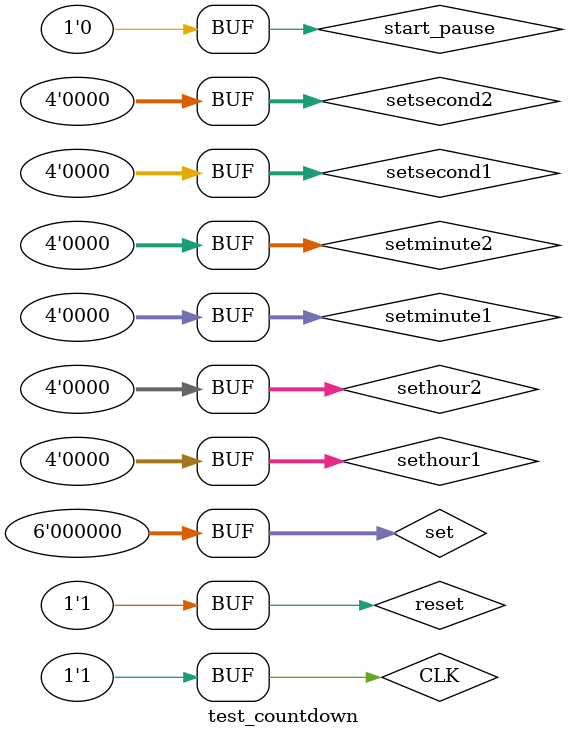
<source format=v>
`timescale 1ns / 1ns

module test_countdown();
        reg CLK;
        reg reset;
        reg [5:0]set;
        wire clock_clk; //1Hz  
        wire scan_clk; //1kHZ
		reg [5:0] set;
		reg [3:0] sethour1;
		reg [3:0] sethour2;
		reg [3:0] setminute1;
		reg [3:0] setminute2;
		reg [3:0] setsecond1;
		reg [3:0] setsecond2;
		reg start_pause;
		wire [11:0]display_out;
divclk_scan test_myscan_clk( //Êä³ö1000HzÉ¨ÃèÊ±ÖÓ
        .CLK(CLK), 
        .reset(reset),
        .scan_clk(scan_clk) 
 );

divclk_1Hz test_myclock_clk( //Êä³ö1Hz¼ÆÊ±Ê±ÖÓ
        .CLK(CLK), 
        .reset(reset),
        .clock_clk(clock_clk)
);
countdown mycd(
        .CLK(CLK),
        .clock_clk(clock_clk), 
        .scan_clk(scan_clk), 
        .reset(reset), 
        .set(set),
        
        .start_pause(start_pause),
        .sethour1(sethour1),
        .sethour2(sethour2),
        .setminute1(setminute1),
        .setminute2(setminute2),
        .setsecond1(setsecond1),
        .setsecond2(setsecond2),
    
        .clock_seg(display_out[7:0]),
        .seln(display_out[11:8])
    );
initial begin 
		sethour1  <= 4'b0;
		sethour2  <= 4'b0;
		setminute1<= 4'b0;
		setminute2<= 4'b0;
		setsecond1<= 4'b0;
		setsecond2<= 4'b0;
		reset <= 1'b0;
        set <= 6'b0;   
        start_pause <=0; 
		#5;
		reset <= 1'b1;
end
always begin
	CLK = 1'b0;
	#5;
	CLK=1'b1;
	#5;
end
always begin
    start_pause <= 1'b1;
    #100000;
    start_pause <= 1'b0;
end

endmodule



</source>
